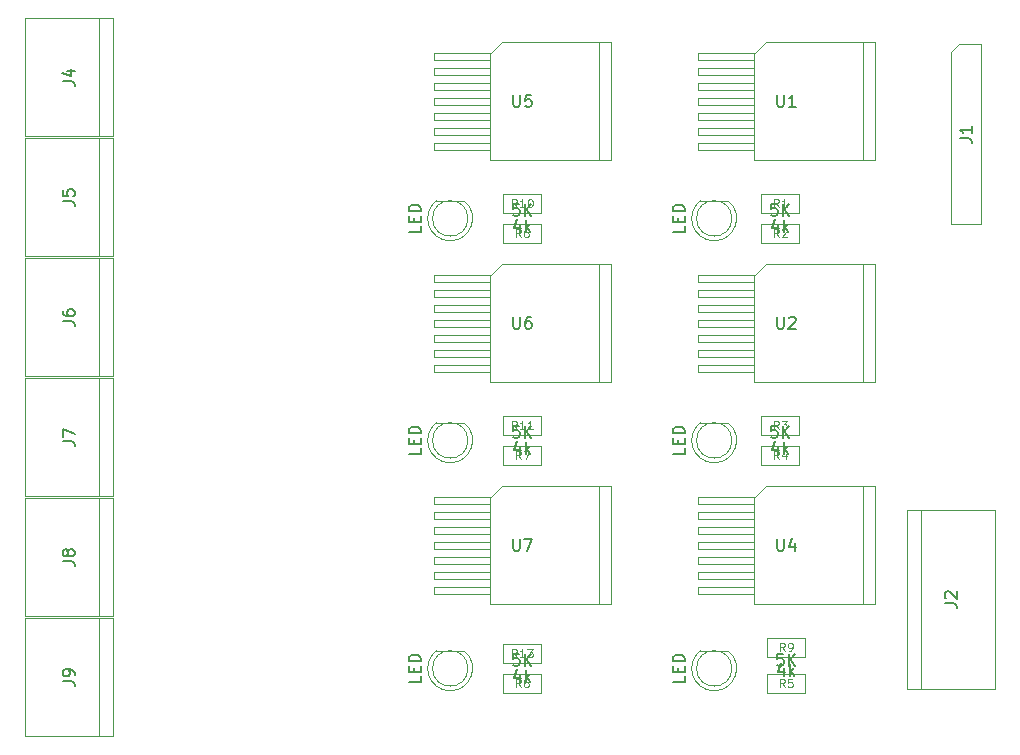
<source format=gbr>
G04 #@! TF.FileFunction,Other,Fab,Top*
%FSLAX46Y46*%
G04 Gerber Fmt 4.6, Leading zero omitted, Abs format (unit mm)*
G04 Created by KiCad (PCBNEW 4.0.7) date 08/12/18 23:32:44*
%MOMM*%
%LPD*%
G01*
G04 APERTURE LIST*
%ADD10C,0.100000*%
%ADD11C,0.150000*%
%ADD12C,0.105000*%
G04 APERTURE END LIST*
D10*
X85268000Y-44488000D02*
X85268000Y-42888000D01*
X88468000Y-44488000D02*
X85268000Y-44488000D01*
X88468000Y-42888000D02*
X88468000Y-44488000D01*
X85268000Y-42888000D02*
X88468000Y-42888000D01*
X88468000Y-45428000D02*
X88468000Y-47028000D01*
X85268000Y-45428000D02*
X88468000Y-45428000D01*
X85268000Y-47028000D02*
X85268000Y-45428000D01*
X88468000Y-47028000D02*
X85268000Y-47028000D01*
X85268000Y-63284000D02*
X85268000Y-61684000D01*
X88468000Y-63284000D02*
X85268000Y-63284000D01*
X88468000Y-61684000D02*
X88468000Y-63284000D01*
X85268000Y-61684000D02*
X88468000Y-61684000D01*
X88468000Y-64224000D02*
X88468000Y-65824000D01*
X85268000Y-64224000D02*
X88468000Y-64224000D01*
X85268000Y-65824000D02*
X85268000Y-64224000D01*
X88468000Y-65824000D02*
X85268000Y-65824000D01*
X88976000Y-83528000D02*
X88976000Y-85128000D01*
X85776000Y-83528000D02*
X88976000Y-83528000D01*
X85776000Y-85128000D02*
X85776000Y-83528000D01*
X88976000Y-85128000D02*
X85776000Y-85128000D01*
X66624000Y-45428000D02*
X66624000Y-47028000D01*
X63424000Y-45428000D02*
X66624000Y-45428000D01*
X63424000Y-47028000D02*
X63424000Y-45428000D01*
X66624000Y-47028000D02*
X63424000Y-47028000D01*
X66624000Y-64224000D02*
X66624000Y-65824000D01*
X63424000Y-64224000D02*
X66624000Y-64224000D01*
X63424000Y-65824000D02*
X63424000Y-64224000D01*
X66624000Y-65824000D02*
X63424000Y-65824000D01*
X66624000Y-83528000D02*
X66624000Y-85128000D01*
X63424000Y-83528000D02*
X66624000Y-83528000D01*
X63424000Y-85128000D02*
X63424000Y-83528000D01*
X66624000Y-85128000D02*
X63424000Y-85128000D01*
X85776000Y-82080000D02*
X85776000Y-80480000D01*
X88976000Y-82080000D02*
X85776000Y-82080000D01*
X88976000Y-80480000D02*
X88976000Y-82080000D01*
X85776000Y-80480000D02*
X88976000Y-80480000D01*
X63424000Y-44488000D02*
X63424000Y-42888000D01*
X66624000Y-44488000D02*
X63424000Y-44488000D01*
X66624000Y-42888000D02*
X66624000Y-44488000D01*
X63424000Y-42888000D02*
X66624000Y-42888000D01*
X63424000Y-63284000D02*
X63424000Y-61684000D01*
X66624000Y-63284000D02*
X63424000Y-63284000D01*
X66624000Y-61684000D02*
X66624000Y-63284000D01*
X63424000Y-61684000D02*
X66624000Y-61684000D01*
X63424000Y-82588000D02*
X63424000Y-80988000D01*
X66624000Y-82588000D02*
X63424000Y-82588000D01*
X66624000Y-80988000D02*
X66624000Y-82588000D01*
X63424000Y-80988000D02*
X66624000Y-80988000D01*
X93876000Y-30052000D02*
X94876000Y-30052000D01*
X94876000Y-30052000D02*
X94876000Y-40052000D01*
X94876000Y-40052000D02*
X93876000Y-40052000D01*
X93876000Y-30052000D02*
X93876000Y-40052000D01*
X93876000Y-40052000D02*
X84626000Y-40052000D01*
X84626000Y-40052000D02*
X84626000Y-31052000D01*
X84626000Y-31052000D02*
X85626000Y-30052000D01*
X85626000Y-30052000D02*
X93876000Y-30052000D01*
X84736000Y-30942000D02*
X79926000Y-30942000D01*
X79926000Y-30942000D02*
X79926000Y-31542000D01*
X79926000Y-31542000D02*
X84626000Y-31542000D01*
X84626000Y-32212000D02*
X79926000Y-32212000D01*
X79926000Y-32212000D02*
X79926000Y-32812000D01*
X79926000Y-32812000D02*
X84626000Y-32812000D01*
X84626000Y-33482000D02*
X79926000Y-33482000D01*
X79926000Y-33482000D02*
X79926000Y-34082000D01*
X79926000Y-34082000D02*
X84626000Y-34082000D01*
X84626000Y-34752000D02*
X79926000Y-34752000D01*
X79926000Y-34752000D02*
X79926000Y-35352000D01*
X79926000Y-35352000D02*
X84626000Y-35352000D01*
X84626000Y-36022000D02*
X79926000Y-36022000D01*
X79926000Y-36022000D02*
X79926000Y-36622000D01*
X79926000Y-36622000D02*
X84626000Y-36622000D01*
X84626000Y-37292000D02*
X79926000Y-37292000D01*
X79926000Y-37292000D02*
X79926000Y-37892000D01*
X79926000Y-37892000D02*
X84626000Y-37892000D01*
X84626000Y-38562000D02*
X79926000Y-38562000D01*
X79926000Y-38562000D02*
X79926000Y-39162000D01*
X79926000Y-39162000D02*
X84626000Y-39162000D01*
X93876000Y-48848000D02*
X94876000Y-48848000D01*
X94876000Y-48848000D02*
X94876000Y-58848000D01*
X94876000Y-58848000D02*
X93876000Y-58848000D01*
X93876000Y-48848000D02*
X93876000Y-58848000D01*
X93876000Y-58848000D02*
X84626000Y-58848000D01*
X84626000Y-58848000D02*
X84626000Y-49848000D01*
X84626000Y-49848000D02*
X85626000Y-48848000D01*
X85626000Y-48848000D02*
X93876000Y-48848000D01*
X84736000Y-49738000D02*
X79926000Y-49738000D01*
X79926000Y-49738000D02*
X79926000Y-50338000D01*
X79926000Y-50338000D02*
X84626000Y-50338000D01*
X84626000Y-51008000D02*
X79926000Y-51008000D01*
X79926000Y-51008000D02*
X79926000Y-51608000D01*
X79926000Y-51608000D02*
X84626000Y-51608000D01*
X84626000Y-52278000D02*
X79926000Y-52278000D01*
X79926000Y-52278000D02*
X79926000Y-52878000D01*
X79926000Y-52878000D02*
X84626000Y-52878000D01*
X84626000Y-53548000D02*
X79926000Y-53548000D01*
X79926000Y-53548000D02*
X79926000Y-54148000D01*
X79926000Y-54148000D02*
X84626000Y-54148000D01*
X84626000Y-54818000D02*
X79926000Y-54818000D01*
X79926000Y-54818000D02*
X79926000Y-55418000D01*
X79926000Y-55418000D02*
X84626000Y-55418000D01*
X84626000Y-56088000D02*
X79926000Y-56088000D01*
X79926000Y-56088000D02*
X79926000Y-56688000D01*
X79926000Y-56688000D02*
X84626000Y-56688000D01*
X84626000Y-57358000D02*
X79926000Y-57358000D01*
X79926000Y-57358000D02*
X79926000Y-57958000D01*
X79926000Y-57958000D02*
X84626000Y-57958000D01*
X93876000Y-67644000D02*
X94876000Y-67644000D01*
X94876000Y-67644000D02*
X94876000Y-77644000D01*
X94876000Y-77644000D02*
X93876000Y-77644000D01*
X93876000Y-67644000D02*
X93876000Y-77644000D01*
X93876000Y-77644000D02*
X84626000Y-77644000D01*
X84626000Y-77644000D02*
X84626000Y-68644000D01*
X84626000Y-68644000D02*
X85626000Y-67644000D01*
X85626000Y-67644000D02*
X93876000Y-67644000D01*
X84736000Y-68534000D02*
X79926000Y-68534000D01*
X79926000Y-68534000D02*
X79926000Y-69134000D01*
X79926000Y-69134000D02*
X84626000Y-69134000D01*
X84626000Y-69804000D02*
X79926000Y-69804000D01*
X79926000Y-69804000D02*
X79926000Y-70404000D01*
X79926000Y-70404000D02*
X84626000Y-70404000D01*
X84626000Y-71074000D02*
X79926000Y-71074000D01*
X79926000Y-71074000D02*
X79926000Y-71674000D01*
X79926000Y-71674000D02*
X84626000Y-71674000D01*
X84626000Y-72344000D02*
X79926000Y-72344000D01*
X79926000Y-72344000D02*
X79926000Y-72944000D01*
X79926000Y-72944000D02*
X84626000Y-72944000D01*
X84626000Y-73614000D02*
X79926000Y-73614000D01*
X79926000Y-73614000D02*
X79926000Y-74214000D01*
X79926000Y-74214000D02*
X84626000Y-74214000D01*
X84626000Y-74884000D02*
X79926000Y-74884000D01*
X79926000Y-74884000D02*
X79926000Y-75484000D01*
X79926000Y-75484000D02*
X84626000Y-75484000D01*
X84626000Y-76154000D02*
X79926000Y-76154000D01*
X79926000Y-76154000D02*
X79926000Y-76754000D01*
X79926000Y-76754000D02*
X84626000Y-76754000D01*
X71524000Y-30052000D02*
X72524000Y-30052000D01*
X72524000Y-30052000D02*
X72524000Y-40052000D01*
X72524000Y-40052000D02*
X71524000Y-40052000D01*
X71524000Y-30052000D02*
X71524000Y-40052000D01*
X71524000Y-40052000D02*
X62274000Y-40052000D01*
X62274000Y-40052000D02*
X62274000Y-31052000D01*
X62274000Y-31052000D02*
X63274000Y-30052000D01*
X63274000Y-30052000D02*
X71524000Y-30052000D01*
X62384000Y-30942000D02*
X57574000Y-30942000D01*
X57574000Y-30942000D02*
X57574000Y-31542000D01*
X57574000Y-31542000D02*
X62274000Y-31542000D01*
X62274000Y-32212000D02*
X57574000Y-32212000D01*
X57574000Y-32212000D02*
X57574000Y-32812000D01*
X57574000Y-32812000D02*
X62274000Y-32812000D01*
X62274000Y-33482000D02*
X57574000Y-33482000D01*
X57574000Y-33482000D02*
X57574000Y-34082000D01*
X57574000Y-34082000D02*
X62274000Y-34082000D01*
X62274000Y-34752000D02*
X57574000Y-34752000D01*
X57574000Y-34752000D02*
X57574000Y-35352000D01*
X57574000Y-35352000D02*
X62274000Y-35352000D01*
X62274000Y-36022000D02*
X57574000Y-36022000D01*
X57574000Y-36022000D02*
X57574000Y-36622000D01*
X57574000Y-36622000D02*
X62274000Y-36622000D01*
X62274000Y-37292000D02*
X57574000Y-37292000D01*
X57574000Y-37292000D02*
X57574000Y-37892000D01*
X57574000Y-37892000D02*
X62274000Y-37892000D01*
X62274000Y-38562000D02*
X57574000Y-38562000D01*
X57574000Y-38562000D02*
X57574000Y-39162000D01*
X57574000Y-39162000D02*
X62274000Y-39162000D01*
X71524000Y-48848000D02*
X72524000Y-48848000D01*
X72524000Y-48848000D02*
X72524000Y-58848000D01*
X72524000Y-58848000D02*
X71524000Y-58848000D01*
X71524000Y-48848000D02*
X71524000Y-58848000D01*
X71524000Y-58848000D02*
X62274000Y-58848000D01*
X62274000Y-58848000D02*
X62274000Y-49848000D01*
X62274000Y-49848000D02*
X63274000Y-48848000D01*
X63274000Y-48848000D02*
X71524000Y-48848000D01*
X62384000Y-49738000D02*
X57574000Y-49738000D01*
X57574000Y-49738000D02*
X57574000Y-50338000D01*
X57574000Y-50338000D02*
X62274000Y-50338000D01*
X62274000Y-51008000D02*
X57574000Y-51008000D01*
X57574000Y-51008000D02*
X57574000Y-51608000D01*
X57574000Y-51608000D02*
X62274000Y-51608000D01*
X62274000Y-52278000D02*
X57574000Y-52278000D01*
X57574000Y-52278000D02*
X57574000Y-52878000D01*
X57574000Y-52878000D02*
X62274000Y-52878000D01*
X62274000Y-53548000D02*
X57574000Y-53548000D01*
X57574000Y-53548000D02*
X57574000Y-54148000D01*
X57574000Y-54148000D02*
X62274000Y-54148000D01*
X62274000Y-54818000D02*
X57574000Y-54818000D01*
X57574000Y-54818000D02*
X57574000Y-55418000D01*
X57574000Y-55418000D02*
X62274000Y-55418000D01*
X62274000Y-56088000D02*
X57574000Y-56088000D01*
X57574000Y-56088000D02*
X57574000Y-56688000D01*
X57574000Y-56688000D02*
X62274000Y-56688000D01*
X62274000Y-57358000D02*
X57574000Y-57358000D01*
X57574000Y-57358000D02*
X57574000Y-57958000D01*
X57574000Y-57958000D02*
X62274000Y-57958000D01*
X71524000Y-67644000D02*
X72524000Y-67644000D01*
X72524000Y-67644000D02*
X72524000Y-77644000D01*
X72524000Y-77644000D02*
X71524000Y-77644000D01*
X71524000Y-67644000D02*
X71524000Y-77644000D01*
X71524000Y-77644000D02*
X62274000Y-77644000D01*
X62274000Y-77644000D02*
X62274000Y-68644000D01*
X62274000Y-68644000D02*
X63274000Y-67644000D01*
X63274000Y-67644000D02*
X71524000Y-67644000D01*
X62384000Y-68534000D02*
X57574000Y-68534000D01*
X57574000Y-68534000D02*
X57574000Y-69134000D01*
X57574000Y-69134000D02*
X62274000Y-69134000D01*
X62274000Y-69804000D02*
X57574000Y-69804000D01*
X57574000Y-69804000D02*
X57574000Y-70404000D01*
X57574000Y-70404000D02*
X62274000Y-70404000D01*
X62274000Y-71074000D02*
X57574000Y-71074000D01*
X57574000Y-71074000D02*
X57574000Y-71674000D01*
X57574000Y-71674000D02*
X62274000Y-71674000D01*
X62274000Y-72344000D02*
X57574000Y-72344000D01*
X57574000Y-72344000D02*
X57574000Y-72944000D01*
X57574000Y-72944000D02*
X62274000Y-72944000D01*
X62274000Y-73614000D02*
X57574000Y-73614000D01*
X57574000Y-73614000D02*
X57574000Y-74214000D01*
X57574000Y-74214000D02*
X62274000Y-74214000D01*
X62274000Y-74884000D02*
X57574000Y-74884000D01*
X57574000Y-74884000D02*
X57574000Y-75484000D01*
X57574000Y-75484000D02*
X62274000Y-75484000D01*
X62274000Y-76154000D02*
X57574000Y-76154000D01*
X57574000Y-76154000D02*
X57574000Y-76754000D01*
X57574000Y-76754000D02*
X62274000Y-76754000D01*
X80114524Y-62253445D02*
G75*
G03X82446190Y-62254000I1165476J-1500555D01*
G01*
X82780000Y-63754000D02*
G75*
G03X82780000Y-63754000I-1500000J0D01*
G01*
X82446190Y-62254000D02*
X80113810Y-62254000D01*
X80114524Y-81557445D02*
G75*
G03X82446190Y-81558000I1165476J-1500555D01*
G01*
X82780000Y-83058000D02*
G75*
G03X82780000Y-83058000I-1500000J0D01*
G01*
X82446190Y-81558000D02*
X80113810Y-81558000D01*
X57762524Y-43457445D02*
G75*
G03X60094190Y-43458000I1165476J-1500555D01*
G01*
X60428000Y-44958000D02*
G75*
G03X60428000Y-44958000I-1500000J0D01*
G01*
X60094190Y-43458000D02*
X57761810Y-43458000D01*
X57762524Y-62253445D02*
G75*
G03X60094190Y-62254000I1165476J-1500555D01*
G01*
X60428000Y-63754000D02*
G75*
G03X60428000Y-63754000I-1500000J0D01*
G01*
X60094190Y-62254000D02*
X57761810Y-62254000D01*
X57762524Y-81557445D02*
G75*
G03X60094190Y-81558000I1165476J-1500555D01*
G01*
X60428000Y-83058000D02*
G75*
G03X60428000Y-83058000I-1500000J0D01*
G01*
X60094190Y-81558000D02*
X57761810Y-81558000D01*
X98796000Y-69666000D02*
X98796000Y-84766000D01*
X105096000Y-69666000D02*
X105096000Y-84766000D01*
X105096000Y-84766000D02*
X97596000Y-84766000D01*
X97596000Y-84766000D02*
X97596000Y-69666000D01*
X97596000Y-69666000D02*
X105096000Y-69666000D01*
X101981000Y-30226000D02*
X103886000Y-30226000D01*
X103886000Y-30226000D02*
X103886000Y-45466000D01*
X103886000Y-45466000D02*
X101346000Y-45466000D01*
X101346000Y-45466000D02*
X101346000Y-30861000D01*
X101346000Y-30861000D02*
X101981000Y-30226000D01*
X29220000Y-37970000D02*
X29220000Y-28070000D01*
X22920000Y-38020000D02*
X30420000Y-38020000D01*
X30420000Y-38020000D02*
X30420000Y-28020000D01*
X30420000Y-28020000D02*
X22920000Y-28020000D01*
X22920000Y-28020000D02*
X22920000Y-38020000D01*
X29220000Y-48130000D02*
X29220000Y-38230000D01*
X22920000Y-48180000D02*
X30420000Y-48180000D01*
X30420000Y-48180000D02*
X30420000Y-38180000D01*
X30420000Y-38180000D02*
X22920000Y-38180000D01*
X22920000Y-38180000D02*
X22920000Y-48180000D01*
X29220000Y-58290000D02*
X29220000Y-48390000D01*
X22920000Y-58340000D02*
X30420000Y-58340000D01*
X30420000Y-58340000D02*
X30420000Y-48340000D01*
X30420000Y-48340000D02*
X22920000Y-48340000D01*
X22920000Y-48340000D02*
X22920000Y-58340000D01*
X29220000Y-68450000D02*
X29220000Y-58550000D01*
X22920000Y-68500000D02*
X30420000Y-68500000D01*
X30420000Y-68500000D02*
X30420000Y-58500000D01*
X30420000Y-58500000D02*
X22920000Y-58500000D01*
X22920000Y-58500000D02*
X22920000Y-68500000D01*
X29220000Y-78610000D02*
X29220000Y-68710000D01*
X22920000Y-78660000D02*
X30420000Y-78660000D01*
X30420000Y-78660000D02*
X30420000Y-68660000D01*
X30420000Y-68660000D02*
X22920000Y-68660000D01*
X22920000Y-68660000D02*
X22920000Y-78660000D01*
X29220000Y-88770000D02*
X29220000Y-78870000D01*
X22920000Y-88820000D02*
X30420000Y-88820000D01*
X30420000Y-88820000D02*
X30420000Y-78820000D01*
X30420000Y-78820000D02*
X22920000Y-78820000D01*
X22920000Y-78820000D02*
X22920000Y-88820000D01*
X80114524Y-43457445D02*
G75*
G03X82446190Y-43458000I1165476J-1500555D01*
G01*
X82780000Y-44958000D02*
G75*
G03X82780000Y-44958000I-1500000J0D01*
G01*
X82446190Y-43458000D02*
X80113810Y-43458000D01*
D11*
X86653715Y-45423714D02*
X86653715Y-46090381D01*
X86415619Y-45042762D02*
X86177524Y-45757048D01*
X86796572Y-45757048D01*
X87177524Y-46090381D02*
X87177524Y-45090381D01*
X87272762Y-45709429D02*
X87558477Y-46090381D01*
X87558477Y-45423714D02*
X87177524Y-45804667D01*
D12*
X86751334Y-44004667D02*
X86518000Y-43671333D01*
X86351334Y-44004667D02*
X86351334Y-43304667D01*
X86618000Y-43304667D01*
X86684667Y-43338000D01*
X86718000Y-43371333D01*
X86751334Y-43438000D01*
X86751334Y-43538000D01*
X86718000Y-43604667D01*
X86684667Y-43638000D01*
X86618000Y-43671333D01*
X86351334Y-43671333D01*
X87418000Y-44004667D02*
X87018000Y-44004667D01*
X87218000Y-44004667D02*
X87218000Y-43304667D01*
X87151334Y-43404667D01*
X87084667Y-43471333D01*
X87018000Y-43504667D01*
D11*
X86606096Y-43730381D02*
X86129905Y-43730381D01*
X86082286Y-44206571D01*
X86129905Y-44158952D01*
X86225143Y-44111333D01*
X86463239Y-44111333D01*
X86558477Y-44158952D01*
X86606096Y-44206571D01*
X86653715Y-44301810D01*
X86653715Y-44539905D01*
X86606096Y-44635143D01*
X86558477Y-44682762D01*
X86463239Y-44730381D01*
X86225143Y-44730381D01*
X86129905Y-44682762D01*
X86082286Y-44635143D01*
X87082286Y-44730381D02*
X87082286Y-43730381D01*
X87653715Y-44730381D02*
X87225143Y-44158952D01*
X87653715Y-43730381D02*
X87082286Y-44301810D01*
D12*
X86751334Y-46544667D02*
X86518000Y-46211333D01*
X86351334Y-46544667D02*
X86351334Y-45844667D01*
X86618000Y-45844667D01*
X86684667Y-45878000D01*
X86718000Y-45911333D01*
X86751334Y-45978000D01*
X86751334Y-46078000D01*
X86718000Y-46144667D01*
X86684667Y-46178000D01*
X86618000Y-46211333D01*
X86351334Y-46211333D01*
X87018000Y-45911333D02*
X87051334Y-45878000D01*
X87118000Y-45844667D01*
X87284667Y-45844667D01*
X87351334Y-45878000D01*
X87384667Y-45911333D01*
X87418000Y-45978000D01*
X87418000Y-46044667D01*
X87384667Y-46144667D01*
X86984667Y-46544667D01*
X87418000Y-46544667D01*
D11*
X86653715Y-64219714D02*
X86653715Y-64886381D01*
X86415619Y-63838762D02*
X86177524Y-64553048D01*
X86796572Y-64553048D01*
X87177524Y-64886381D02*
X87177524Y-63886381D01*
X87272762Y-64505429D02*
X87558477Y-64886381D01*
X87558477Y-64219714D02*
X87177524Y-64600667D01*
D12*
X86751334Y-62800667D02*
X86518000Y-62467333D01*
X86351334Y-62800667D02*
X86351334Y-62100667D01*
X86618000Y-62100667D01*
X86684667Y-62134000D01*
X86718000Y-62167333D01*
X86751334Y-62234000D01*
X86751334Y-62334000D01*
X86718000Y-62400667D01*
X86684667Y-62434000D01*
X86618000Y-62467333D01*
X86351334Y-62467333D01*
X86984667Y-62100667D02*
X87418000Y-62100667D01*
X87184667Y-62367333D01*
X87284667Y-62367333D01*
X87351334Y-62400667D01*
X87384667Y-62434000D01*
X87418000Y-62500667D01*
X87418000Y-62667333D01*
X87384667Y-62734000D01*
X87351334Y-62767333D01*
X87284667Y-62800667D01*
X87084667Y-62800667D01*
X87018000Y-62767333D01*
X86984667Y-62734000D01*
D11*
X86606096Y-62526381D02*
X86129905Y-62526381D01*
X86082286Y-63002571D01*
X86129905Y-62954952D01*
X86225143Y-62907333D01*
X86463239Y-62907333D01*
X86558477Y-62954952D01*
X86606096Y-63002571D01*
X86653715Y-63097810D01*
X86653715Y-63335905D01*
X86606096Y-63431143D01*
X86558477Y-63478762D01*
X86463239Y-63526381D01*
X86225143Y-63526381D01*
X86129905Y-63478762D01*
X86082286Y-63431143D01*
X87082286Y-63526381D02*
X87082286Y-62526381D01*
X87653715Y-63526381D02*
X87225143Y-62954952D01*
X87653715Y-62526381D02*
X87082286Y-63097810D01*
D12*
X86751334Y-65340667D02*
X86518000Y-65007333D01*
X86351334Y-65340667D02*
X86351334Y-64640667D01*
X86618000Y-64640667D01*
X86684667Y-64674000D01*
X86718000Y-64707333D01*
X86751334Y-64774000D01*
X86751334Y-64874000D01*
X86718000Y-64940667D01*
X86684667Y-64974000D01*
X86618000Y-65007333D01*
X86351334Y-65007333D01*
X87351334Y-64874000D02*
X87351334Y-65340667D01*
X87184667Y-64607333D02*
X87018000Y-65107333D01*
X87451334Y-65107333D01*
D11*
X87114096Y-81830381D02*
X86637905Y-81830381D01*
X86590286Y-82306571D01*
X86637905Y-82258952D01*
X86733143Y-82211333D01*
X86971239Y-82211333D01*
X87066477Y-82258952D01*
X87114096Y-82306571D01*
X87161715Y-82401810D01*
X87161715Y-82639905D01*
X87114096Y-82735143D01*
X87066477Y-82782762D01*
X86971239Y-82830381D01*
X86733143Y-82830381D01*
X86637905Y-82782762D01*
X86590286Y-82735143D01*
X87590286Y-82830381D02*
X87590286Y-81830381D01*
X88161715Y-82830381D02*
X87733143Y-82258952D01*
X88161715Y-81830381D02*
X87590286Y-82401810D01*
D12*
X87259334Y-84644667D02*
X87026000Y-84311333D01*
X86859334Y-84644667D02*
X86859334Y-83944667D01*
X87126000Y-83944667D01*
X87192667Y-83978000D01*
X87226000Y-84011333D01*
X87259334Y-84078000D01*
X87259334Y-84178000D01*
X87226000Y-84244667D01*
X87192667Y-84278000D01*
X87126000Y-84311333D01*
X86859334Y-84311333D01*
X87892667Y-83944667D02*
X87559334Y-83944667D01*
X87526000Y-84278000D01*
X87559334Y-84244667D01*
X87626000Y-84211333D01*
X87792667Y-84211333D01*
X87859334Y-84244667D01*
X87892667Y-84278000D01*
X87926000Y-84344667D01*
X87926000Y-84511333D01*
X87892667Y-84578000D01*
X87859334Y-84611333D01*
X87792667Y-84644667D01*
X87626000Y-84644667D01*
X87559334Y-84611333D01*
X87526000Y-84578000D01*
D11*
X64762096Y-43730381D02*
X64285905Y-43730381D01*
X64238286Y-44206571D01*
X64285905Y-44158952D01*
X64381143Y-44111333D01*
X64619239Y-44111333D01*
X64714477Y-44158952D01*
X64762096Y-44206571D01*
X64809715Y-44301810D01*
X64809715Y-44539905D01*
X64762096Y-44635143D01*
X64714477Y-44682762D01*
X64619239Y-44730381D01*
X64381143Y-44730381D01*
X64285905Y-44682762D01*
X64238286Y-44635143D01*
X65238286Y-44730381D02*
X65238286Y-43730381D01*
X65809715Y-44730381D02*
X65381143Y-44158952D01*
X65809715Y-43730381D02*
X65238286Y-44301810D01*
D12*
X64907334Y-46544667D02*
X64674000Y-46211333D01*
X64507334Y-46544667D02*
X64507334Y-45844667D01*
X64774000Y-45844667D01*
X64840667Y-45878000D01*
X64874000Y-45911333D01*
X64907334Y-45978000D01*
X64907334Y-46078000D01*
X64874000Y-46144667D01*
X64840667Y-46178000D01*
X64774000Y-46211333D01*
X64507334Y-46211333D01*
X65507334Y-45844667D02*
X65374000Y-45844667D01*
X65307334Y-45878000D01*
X65274000Y-45911333D01*
X65207334Y-46011333D01*
X65174000Y-46144667D01*
X65174000Y-46411333D01*
X65207334Y-46478000D01*
X65240667Y-46511333D01*
X65307334Y-46544667D01*
X65440667Y-46544667D01*
X65507334Y-46511333D01*
X65540667Y-46478000D01*
X65574000Y-46411333D01*
X65574000Y-46244667D01*
X65540667Y-46178000D01*
X65507334Y-46144667D01*
X65440667Y-46111333D01*
X65307334Y-46111333D01*
X65240667Y-46144667D01*
X65207334Y-46178000D01*
X65174000Y-46244667D01*
D11*
X64762096Y-62526381D02*
X64285905Y-62526381D01*
X64238286Y-63002571D01*
X64285905Y-62954952D01*
X64381143Y-62907333D01*
X64619239Y-62907333D01*
X64714477Y-62954952D01*
X64762096Y-63002571D01*
X64809715Y-63097810D01*
X64809715Y-63335905D01*
X64762096Y-63431143D01*
X64714477Y-63478762D01*
X64619239Y-63526381D01*
X64381143Y-63526381D01*
X64285905Y-63478762D01*
X64238286Y-63431143D01*
X65238286Y-63526381D02*
X65238286Y-62526381D01*
X65809715Y-63526381D02*
X65381143Y-62954952D01*
X65809715Y-62526381D02*
X65238286Y-63097810D01*
D12*
X64907334Y-65340667D02*
X64674000Y-65007333D01*
X64507334Y-65340667D02*
X64507334Y-64640667D01*
X64774000Y-64640667D01*
X64840667Y-64674000D01*
X64874000Y-64707333D01*
X64907334Y-64774000D01*
X64907334Y-64874000D01*
X64874000Y-64940667D01*
X64840667Y-64974000D01*
X64774000Y-65007333D01*
X64507334Y-65007333D01*
X65140667Y-64640667D02*
X65607334Y-64640667D01*
X65307334Y-65340667D01*
D11*
X64762096Y-81830381D02*
X64285905Y-81830381D01*
X64238286Y-82306571D01*
X64285905Y-82258952D01*
X64381143Y-82211333D01*
X64619239Y-82211333D01*
X64714477Y-82258952D01*
X64762096Y-82306571D01*
X64809715Y-82401810D01*
X64809715Y-82639905D01*
X64762096Y-82735143D01*
X64714477Y-82782762D01*
X64619239Y-82830381D01*
X64381143Y-82830381D01*
X64285905Y-82782762D01*
X64238286Y-82735143D01*
X65238286Y-82830381D02*
X65238286Y-81830381D01*
X65809715Y-82830381D02*
X65381143Y-82258952D01*
X65809715Y-81830381D02*
X65238286Y-82401810D01*
D12*
X64907334Y-84644667D02*
X64674000Y-84311333D01*
X64507334Y-84644667D02*
X64507334Y-83944667D01*
X64774000Y-83944667D01*
X64840667Y-83978000D01*
X64874000Y-84011333D01*
X64907334Y-84078000D01*
X64907334Y-84178000D01*
X64874000Y-84244667D01*
X64840667Y-84278000D01*
X64774000Y-84311333D01*
X64507334Y-84311333D01*
X65307334Y-84244667D02*
X65240667Y-84211333D01*
X65207334Y-84178000D01*
X65174000Y-84111333D01*
X65174000Y-84078000D01*
X65207334Y-84011333D01*
X65240667Y-83978000D01*
X65307334Y-83944667D01*
X65440667Y-83944667D01*
X65507334Y-83978000D01*
X65540667Y-84011333D01*
X65574000Y-84078000D01*
X65574000Y-84111333D01*
X65540667Y-84178000D01*
X65507334Y-84211333D01*
X65440667Y-84244667D01*
X65307334Y-84244667D01*
X65240667Y-84278000D01*
X65207334Y-84311333D01*
X65174000Y-84378000D01*
X65174000Y-84511333D01*
X65207334Y-84578000D01*
X65240667Y-84611333D01*
X65307334Y-84644667D01*
X65440667Y-84644667D01*
X65507334Y-84611333D01*
X65540667Y-84578000D01*
X65574000Y-84511333D01*
X65574000Y-84378000D01*
X65540667Y-84311333D01*
X65507334Y-84278000D01*
X65440667Y-84244667D01*
D11*
X87161715Y-83015714D02*
X87161715Y-83682381D01*
X86923619Y-82634762D02*
X86685524Y-83349048D01*
X87304572Y-83349048D01*
X87685524Y-83682381D02*
X87685524Y-82682381D01*
X87780762Y-83301429D02*
X88066477Y-83682381D01*
X88066477Y-83015714D02*
X87685524Y-83396667D01*
D12*
X87259334Y-81596667D02*
X87026000Y-81263333D01*
X86859334Y-81596667D02*
X86859334Y-80896667D01*
X87126000Y-80896667D01*
X87192667Y-80930000D01*
X87226000Y-80963333D01*
X87259334Y-81030000D01*
X87259334Y-81130000D01*
X87226000Y-81196667D01*
X87192667Y-81230000D01*
X87126000Y-81263333D01*
X86859334Y-81263333D01*
X87592667Y-81596667D02*
X87726000Y-81596667D01*
X87792667Y-81563333D01*
X87826000Y-81530000D01*
X87892667Y-81430000D01*
X87926000Y-81296667D01*
X87926000Y-81030000D01*
X87892667Y-80963333D01*
X87859334Y-80930000D01*
X87792667Y-80896667D01*
X87659334Y-80896667D01*
X87592667Y-80930000D01*
X87559334Y-80963333D01*
X87526000Y-81030000D01*
X87526000Y-81196667D01*
X87559334Y-81263333D01*
X87592667Y-81296667D01*
X87659334Y-81330000D01*
X87792667Y-81330000D01*
X87859334Y-81296667D01*
X87892667Y-81263333D01*
X87926000Y-81196667D01*
D11*
X64809715Y-45423714D02*
X64809715Y-46090381D01*
X64571619Y-45042762D02*
X64333524Y-45757048D01*
X64952572Y-45757048D01*
X65333524Y-46090381D02*
X65333524Y-45090381D01*
X65428762Y-45709429D02*
X65714477Y-46090381D01*
X65714477Y-45423714D02*
X65333524Y-45804667D01*
D12*
X64574000Y-44004667D02*
X64340666Y-43671333D01*
X64174000Y-44004667D02*
X64174000Y-43304667D01*
X64440666Y-43304667D01*
X64507333Y-43338000D01*
X64540666Y-43371333D01*
X64574000Y-43438000D01*
X64574000Y-43538000D01*
X64540666Y-43604667D01*
X64507333Y-43638000D01*
X64440666Y-43671333D01*
X64174000Y-43671333D01*
X65240666Y-44004667D02*
X64840666Y-44004667D01*
X65040666Y-44004667D02*
X65040666Y-43304667D01*
X64974000Y-43404667D01*
X64907333Y-43471333D01*
X64840666Y-43504667D01*
X65674000Y-43304667D02*
X65740667Y-43304667D01*
X65807333Y-43338000D01*
X65840667Y-43371333D01*
X65874000Y-43438000D01*
X65907333Y-43571333D01*
X65907333Y-43738000D01*
X65874000Y-43871333D01*
X65840667Y-43938000D01*
X65807333Y-43971333D01*
X65740667Y-44004667D01*
X65674000Y-44004667D01*
X65607333Y-43971333D01*
X65574000Y-43938000D01*
X65540667Y-43871333D01*
X65507333Y-43738000D01*
X65507333Y-43571333D01*
X65540667Y-43438000D01*
X65574000Y-43371333D01*
X65607333Y-43338000D01*
X65674000Y-43304667D01*
D11*
X64809715Y-64219714D02*
X64809715Y-64886381D01*
X64571619Y-63838762D02*
X64333524Y-64553048D01*
X64952572Y-64553048D01*
X65333524Y-64886381D02*
X65333524Y-63886381D01*
X65428762Y-64505429D02*
X65714477Y-64886381D01*
X65714477Y-64219714D02*
X65333524Y-64600667D01*
D12*
X64574000Y-62800667D02*
X64340666Y-62467333D01*
X64174000Y-62800667D02*
X64174000Y-62100667D01*
X64440666Y-62100667D01*
X64507333Y-62134000D01*
X64540666Y-62167333D01*
X64574000Y-62234000D01*
X64574000Y-62334000D01*
X64540666Y-62400667D01*
X64507333Y-62434000D01*
X64440666Y-62467333D01*
X64174000Y-62467333D01*
X65240666Y-62800667D02*
X64840666Y-62800667D01*
X65040666Y-62800667D02*
X65040666Y-62100667D01*
X64974000Y-62200667D01*
X64907333Y-62267333D01*
X64840666Y-62300667D01*
X65907333Y-62800667D02*
X65507333Y-62800667D01*
X65707333Y-62800667D02*
X65707333Y-62100667D01*
X65640667Y-62200667D01*
X65574000Y-62267333D01*
X65507333Y-62300667D01*
D11*
X64809715Y-83523714D02*
X64809715Y-84190381D01*
X64571619Y-83142762D02*
X64333524Y-83857048D01*
X64952572Y-83857048D01*
X65333524Y-84190381D02*
X65333524Y-83190381D01*
X65428762Y-83809429D02*
X65714477Y-84190381D01*
X65714477Y-83523714D02*
X65333524Y-83904667D01*
D12*
X64574000Y-82104667D02*
X64340666Y-81771333D01*
X64174000Y-82104667D02*
X64174000Y-81404667D01*
X64440666Y-81404667D01*
X64507333Y-81438000D01*
X64540666Y-81471333D01*
X64574000Y-81538000D01*
X64574000Y-81638000D01*
X64540666Y-81704667D01*
X64507333Y-81738000D01*
X64440666Y-81771333D01*
X64174000Y-81771333D01*
X65240666Y-82104667D02*
X64840666Y-82104667D01*
X65040666Y-82104667D02*
X65040666Y-81404667D01*
X64974000Y-81504667D01*
X64907333Y-81571333D01*
X64840666Y-81604667D01*
X65474000Y-81404667D02*
X65907333Y-81404667D01*
X65674000Y-81671333D01*
X65774000Y-81671333D01*
X65840667Y-81704667D01*
X65874000Y-81738000D01*
X65907333Y-81804667D01*
X65907333Y-81971333D01*
X65874000Y-82038000D01*
X65840667Y-82071333D01*
X65774000Y-82104667D01*
X65574000Y-82104667D01*
X65507333Y-82071333D01*
X65474000Y-82038000D01*
D11*
X86614095Y-34504381D02*
X86614095Y-35313905D01*
X86661714Y-35409143D01*
X86709333Y-35456762D01*
X86804571Y-35504381D01*
X86995048Y-35504381D01*
X87090286Y-35456762D01*
X87137905Y-35409143D01*
X87185524Y-35313905D01*
X87185524Y-34504381D01*
X88185524Y-35504381D02*
X87614095Y-35504381D01*
X87899809Y-35504381D02*
X87899809Y-34504381D01*
X87804571Y-34647238D01*
X87709333Y-34742476D01*
X87614095Y-34790095D01*
X86614095Y-53300381D02*
X86614095Y-54109905D01*
X86661714Y-54205143D01*
X86709333Y-54252762D01*
X86804571Y-54300381D01*
X86995048Y-54300381D01*
X87090286Y-54252762D01*
X87137905Y-54205143D01*
X87185524Y-54109905D01*
X87185524Y-53300381D01*
X87614095Y-53395619D02*
X87661714Y-53348000D01*
X87756952Y-53300381D01*
X87995048Y-53300381D01*
X88090286Y-53348000D01*
X88137905Y-53395619D01*
X88185524Y-53490857D01*
X88185524Y-53586095D01*
X88137905Y-53728952D01*
X87566476Y-54300381D01*
X88185524Y-54300381D01*
X86614095Y-72096381D02*
X86614095Y-72905905D01*
X86661714Y-73001143D01*
X86709333Y-73048762D01*
X86804571Y-73096381D01*
X86995048Y-73096381D01*
X87090286Y-73048762D01*
X87137905Y-73001143D01*
X87185524Y-72905905D01*
X87185524Y-72096381D01*
X88090286Y-72429714D02*
X88090286Y-73096381D01*
X87852190Y-72048762D02*
X87614095Y-72763048D01*
X88233143Y-72763048D01*
X64262095Y-34504381D02*
X64262095Y-35313905D01*
X64309714Y-35409143D01*
X64357333Y-35456762D01*
X64452571Y-35504381D01*
X64643048Y-35504381D01*
X64738286Y-35456762D01*
X64785905Y-35409143D01*
X64833524Y-35313905D01*
X64833524Y-34504381D01*
X65785905Y-34504381D02*
X65309714Y-34504381D01*
X65262095Y-34980571D01*
X65309714Y-34932952D01*
X65404952Y-34885333D01*
X65643048Y-34885333D01*
X65738286Y-34932952D01*
X65785905Y-34980571D01*
X65833524Y-35075810D01*
X65833524Y-35313905D01*
X65785905Y-35409143D01*
X65738286Y-35456762D01*
X65643048Y-35504381D01*
X65404952Y-35504381D01*
X65309714Y-35456762D01*
X65262095Y-35409143D01*
X64262095Y-53300381D02*
X64262095Y-54109905D01*
X64309714Y-54205143D01*
X64357333Y-54252762D01*
X64452571Y-54300381D01*
X64643048Y-54300381D01*
X64738286Y-54252762D01*
X64785905Y-54205143D01*
X64833524Y-54109905D01*
X64833524Y-53300381D01*
X65738286Y-53300381D02*
X65547809Y-53300381D01*
X65452571Y-53348000D01*
X65404952Y-53395619D01*
X65309714Y-53538476D01*
X65262095Y-53728952D01*
X65262095Y-54109905D01*
X65309714Y-54205143D01*
X65357333Y-54252762D01*
X65452571Y-54300381D01*
X65643048Y-54300381D01*
X65738286Y-54252762D01*
X65785905Y-54205143D01*
X65833524Y-54109905D01*
X65833524Y-53871810D01*
X65785905Y-53776571D01*
X65738286Y-53728952D01*
X65643048Y-53681333D01*
X65452571Y-53681333D01*
X65357333Y-53728952D01*
X65309714Y-53776571D01*
X65262095Y-53871810D01*
X64262095Y-72096381D02*
X64262095Y-72905905D01*
X64309714Y-73001143D01*
X64357333Y-73048762D01*
X64452571Y-73096381D01*
X64643048Y-73096381D01*
X64738286Y-73048762D01*
X64785905Y-73001143D01*
X64833524Y-72905905D01*
X64833524Y-72096381D01*
X65214476Y-72096381D02*
X65881143Y-72096381D01*
X65452571Y-73096381D01*
X78772381Y-64396857D02*
X78772381Y-64873048D01*
X77772381Y-64873048D01*
X78248571Y-64063524D02*
X78248571Y-63730190D01*
X78772381Y-63587333D02*
X78772381Y-64063524D01*
X77772381Y-64063524D01*
X77772381Y-63587333D01*
X78772381Y-63158762D02*
X77772381Y-63158762D01*
X77772381Y-62920667D01*
X77820000Y-62777809D01*
X77915238Y-62682571D01*
X78010476Y-62634952D01*
X78200952Y-62587333D01*
X78343810Y-62587333D01*
X78534286Y-62634952D01*
X78629524Y-62682571D01*
X78724762Y-62777809D01*
X78772381Y-62920667D01*
X78772381Y-63158762D01*
X78772381Y-83700857D02*
X78772381Y-84177048D01*
X77772381Y-84177048D01*
X78248571Y-83367524D02*
X78248571Y-83034190D01*
X78772381Y-82891333D02*
X78772381Y-83367524D01*
X77772381Y-83367524D01*
X77772381Y-82891333D01*
X78772381Y-82462762D02*
X77772381Y-82462762D01*
X77772381Y-82224667D01*
X77820000Y-82081809D01*
X77915238Y-81986571D01*
X78010476Y-81938952D01*
X78200952Y-81891333D01*
X78343810Y-81891333D01*
X78534286Y-81938952D01*
X78629524Y-81986571D01*
X78724762Y-82081809D01*
X78772381Y-82224667D01*
X78772381Y-82462762D01*
X56420381Y-45600857D02*
X56420381Y-46077048D01*
X55420381Y-46077048D01*
X55896571Y-45267524D02*
X55896571Y-44934190D01*
X56420381Y-44791333D02*
X56420381Y-45267524D01*
X55420381Y-45267524D01*
X55420381Y-44791333D01*
X56420381Y-44362762D02*
X55420381Y-44362762D01*
X55420381Y-44124667D01*
X55468000Y-43981809D01*
X55563238Y-43886571D01*
X55658476Y-43838952D01*
X55848952Y-43791333D01*
X55991810Y-43791333D01*
X56182286Y-43838952D01*
X56277524Y-43886571D01*
X56372762Y-43981809D01*
X56420381Y-44124667D01*
X56420381Y-44362762D01*
X56420381Y-64396857D02*
X56420381Y-64873048D01*
X55420381Y-64873048D01*
X55896571Y-64063524D02*
X55896571Y-63730190D01*
X56420381Y-63587333D02*
X56420381Y-64063524D01*
X55420381Y-64063524D01*
X55420381Y-63587333D01*
X56420381Y-63158762D02*
X55420381Y-63158762D01*
X55420381Y-62920667D01*
X55468000Y-62777809D01*
X55563238Y-62682571D01*
X55658476Y-62634952D01*
X55848952Y-62587333D01*
X55991810Y-62587333D01*
X56182286Y-62634952D01*
X56277524Y-62682571D01*
X56372762Y-62777809D01*
X56420381Y-62920667D01*
X56420381Y-63158762D01*
X56420381Y-83700857D02*
X56420381Y-84177048D01*
X55420381Y-84177048D01*
X55896571Y-83367524D02*
X55896571Y-83034190D01*
X56420381Y-82891333D02*
X56420381Y-83367524D01*
X55420381Y-83367524D01*
X55420381Y-82891333D01*
X56420381Y-82462762D02*
X55420381Y-82462762D01*
X55420381Y-82224667D01*
X55468000Y-82081809D01*
X55563238Y-81986571D01*
X55658476Y-81938952D01*
X55848952Y-81891333D01*
X55991810Y-81891333D01*
X56182286Y-81938952D01*
X56277524Y-81986571D01*
X56372762Y-82081809D01*
X56420381Y-82224667D01*
X56420381Y-82462762D01*
X100798381Y-77549333D02*
X101512667Y-77549333D01*
X101655524Y-77596953D01*
X101750762Y-77692191D01*
X101798381Y-77835048D01*
X101798381Y-77930286D01*
X100893619Y-77120762D02*
X100846000Y-77073143D01*
X100798381Y-76977905D01*
X100798381Y-76739809D01*
X100846000Y-76644571D01*
X100893619Y-76596952D01*
X100988857Y-76549333D01*
X101084095Y-76549333D01*
X101226952Y-76596952D01*
X101798381Y-77168381D01*
X101798381Y-76549333D01*
X102068381Y-38179333D02*
X102782667Y-38179333D01*
X102925524Y-38226953D01*
X103020762Y-38322191D01*
X103068381Y-38465048D01*
X103068381Y-38560286D01*
X103068381Y-37179333D02*
X103068381Y-37750762D01*
X103068381Y-37465048D02*
X102068381Y-37465048D01*
X102211238Y-37560286D01*
X102306476Y-37655524D01*
X102354095Y-37750762D01*
X26122381Y-33353333D02*
X26836667Y-33353333D01*
X26979524Y-33400953D01*
X27074762Y-33496191D01*
X27122381Y-33639048D01*
X27122381Y-33734286D01*
X26455714Y-32448571D02*
X27122381Y-32448571D01*
X26074762Y-32686667D02*
X26789048Y-32924762D01*
X26789048Y-32305714D01*
X26122381Y-43513333D02*
X26836667Y-43513333D01*
X26979524Y-43560953D01*
X27074762Y-43656191D01*
X27122381Y-43799048D01*
X27122381Y-43894286D01*
X26122381Y-42560952D02*
X26122381Y-43037143D01*
X26598571Y-43084762D01*
X26550952Y-43037143D01*
X26503333Y-42941905D01*
X26503333Y-42703809D01*
X26550952Y-42608571D01*
X26598571Y-42560952D01*
X26693810Y-42513333D01*
X26931905Y-42513333D01*
X27027143Y-42560952D01*
X27074762Y-42608571D01*
X27122381Y-42703809D01*
X27122381Y-42941905D01*
X27074762Y-43037143D01*
X27027143Y-43084762D01*
X26122381Y-53673333D02*
X26836667Y-53673333D01*
X26979524Y-53720953D01*
X27074762Y-53816191D01*
X27122381Y-53959048D01*
X27122381Y-54054286D01*
X26122381Y-52768571D02*
X26122381Y-52959048D01*
X26170000Y-53054286D01*
X26217619Y-53101905D01*
X26360476Y-53197143D01*
X26550952Y-53244762D01*
X26931905Y-53244762D01*
X27027143Y-53197143D01*
X27074762Y-53149524D01*
X27122381Y-53054286D01*
X27122381Y-52863809D01*
X27074762Y-52768571D01*
X27027143Y-52720952D01*
X26931905Y-52673333D01*
X26693810Y-52673333D01*
X26598571Y-52720952D01*
X26550952Y-52768571D01*
X26503333Y-52863809D01*
X26503333Y-53054286D01*
X26550952Y-53149524D01*
X26598571Y-53197143D01*
X26693810Y-53244762D01*
X26122381Y-63833333D02*
X26836667Y-63833333D01*
X26979524Y-63880953D01*
X27074762Y-63976191D01*
X27122381Y-64119048D01*
X27122381Y-64214286D01*
X26122381Y-63452381D02*
X26122381Y-62785714D01*
X27122381Y-63214286D01*
X26122381Y-73993333D02*
X26836667Y-73993333D01*
X26979524Y-74040953D01*
X27074762Y-74136191D01*
X27122381Y-74279048D01*
X27122381Y-74374286D01*
X26550952Y-73374286D02*
X26503333Y-73469524D01*
X26455714Y-73517143D01*
X26360476Y-73564762D01*
X26312857Y-73564762D01*
X26217619Y-73517143D01*
X26170000Y-73469524D01*
X26122381Y-73374286D01*
X26122381Y-73183809D01*
X26170000Y-73088571D01*
X26217619Y-73040952D01*
X26312857Y-72993333D01*
X26360476Y-72993333D01*
X26455714Y-73040952D01*
X26503333Y-73088571D01*
X26550952Y-73183809D01*
X26550952Y-73374286D01*
X26598571Y-73469524D01*
X26646190Y-73517143D01*
X26741429Y-73564762D01*
X26931905Y-73564762D01*
X27027143Y-73517143D01*
X27074762Y-73469524D01*
X27122381Y-73374286D01*
X27122381Y-73183809D01*
X27074762Y-73088571D01*
X27027143Y-73040952D01*
X26931905Y-72993333D01*
X26741429Y-72993333D01*
X26646190Y-73040952D01*
X26598571Y-73088571D01*
X26550952Y-73183809D01*
X26122381Y-84153333D02*
X26836667Y-84153333D01*
X26979524Y-84200953D01*
X27074762Y-84296191D01*
X27122381Y-84439048D01*
X27122381Y-84534286D01*
X27122381Y-83629524D02*
X27122381Y-83439048D01*
X27074762Y-83343809D01*
X27027143Y-83296190D01*
X26884286Y-83200952D01*
X26693810Y-83153333D01*
X26312857Y-83153333D01*
X26217619Y-83200952D01*
X26170000Y-83248571D01*
X26122381Y-83343809D01*
X26122381Y-83534286D01*
X26170000Y-83629524D01*
X26217619Y-83677143D01*
X26312857Y-83724762D01*
X26550952Y-83724762D01*
X26646190Y-83677143D01*
X26693810Y-83629524D01*
X26741429Y-83534286D01*
X26741429Y-83343809D01*
X26693810Y-83248571D01*
X26646190Y-83200952D01*
X26550952Y-83153333D01*
X78772381Y-45600857D02*
X78772381Y-46077048D01*
X77772381Y-46077048D01*
X78248571Y-45267524D02*
X78248571Y-44934190D01*
X78772381Y-44791333D02*
X78772381Y-45267524D01*
X77772381Y-45267524D01*
X77772381Y-44791333D01*
X78772381Y-44362762D02*
X77772381Y-44362762D01*
X77772381Y-44124667D01*
X77820000Y-43981809D01*
X77915238Y-43886571D01*
X78010476Y-43838952D01*
X78200952Y-43791333D01*
X78343810Y-43791333D01*
X78534286Y-43838952D01*
X78629524Y-43886571D01*
X78724762Y-43981809D01*
X78772381Y-44124667D01*
X78772381Y-44362762D01*
M02*

</source>
